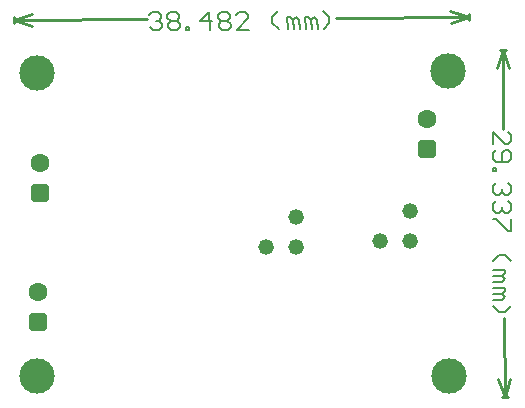
<source format=gbr>
G04*
G04 #@! TF.GenerationSoftware,Altium Limited,Altium Designer,24.9.1 (31)*
G04*
G04 Layer_Physical_Order=1*
G04 Layer_Color=255*
%FSLAX44Y44*%
%MOMM*%
G71*
G04*
G04 #@! TF.SameCoordinates,2F21DDDD-2005-49F8-8A8E-0C037A8DA06E*
G04*
G04*
G04 #@! TF.FilePolarity,Positive*
G04*
G01*
G75*
%ADD20C,1.6000*%
G04:AMPARAMS|DCode=21|XSize=1.6mm|YSize=1.6mm|CornerRadius=0.4mm|HoleSize=0mm|Usage=FLASHONLY|Rotation=90.000|XOffset=0mm|YOffset=0mm|HoleType=Round|Shape=RoundedRectangle|*
%AMROUNDEDRECTD21*
21,1,1.6000,0.8000,0,0,90.0*
21,1,0.8000,1.6000,0,0,90.0*
1,1,0.8000,0.4000,0.4000*
1,1,0.8000,0.4000,-0.4000*
1,1,0.8000,-0.4000,-0.4000*
1,1,0.8000,-0.4000,0.4000*
%
%ADD21ROUNDEDRECTD21*%
%ADD22C,1.3208*%
%ADD23C,3.0000*%
%ADD24C,0.2540*%
%ADD25C,0.1524*%
D20*
X350075Y235395D02*
D03*
X21590Y198120D02*
D03*
X20700Y88782D02*
D03*
D21*
X350075Y209995D02*
D03*
X21590Y172720D02*
D03*
X20700Y63382D02*
D03*
D22*
X335280Y157480D02*
D03*
Y132080D02*
D03*
X309880D02*
D03*
X238760Y152400D02*
D03*
Y127000D02*
D03*
X213360D02*
D03*
D23*
X368300Y17780D02*
D03*
X19050D02*
D03*
X367030Y275590D02*
D03*
X19050Y274320D02*
D03*
D24*
X412750Y-11D02*
X417830Y11D01*
X411480Y293359D02*
X416560Y293381D01*
X410144Y15218D02*
X415290Y0D01*
X420304Y15262D01*
X409006Y278108D02*
X414020Y293370D01*
X419166Y278152D01*
X415002Y66446D02*
X415290Y0D01*
X414020Y293370D02*
X414308Y226924D01*
X384793Y323850D02*
X384827Y318770D01*
X-17Y321310D02*
X17Y316230D01*
X369604Y316129D02*
X384810Y321310D01*
X369537Y326289D02*
X384810Y321310D01*
X0Y318770D02*
X15273Y313791D01*
X0Y318770D02*
X15206Y323951D01*
X272643Y320570D02*
X384810Y321310D01*
X0Y318770D02*
X112167Y319510D01*
D25*
X405221Y214187D02*
X405177Y224344D01*
X415378Y214231D01*
X417917Y214242D01*
X420445Y216793D01*
X420423Y221871D01*
X417873Y224399D01*
X407782Y209120D02*
X405254Y206570D01*
X405276Y201492D01*
X407826Y198964D01*
X417983Y199007D01*
X420511Y201558D01*
X420489Y206636D01*
X417939Y209164D01*
X415400Y209153D01*
X412872Y206603D01*
X412905Y198986D01*
X405309Y193874D02*
X407848Y193885D01*
X407859Y191346D01*
X405320Y191335D01*
X405309Y193874D01*
X418060Y181233D02*
X420610Y178705D01*
X420632Y173627D01*
X418104Y171077D01*
X415565Y171066D01*
X413014Y173594D01*
X413004Y176133D01*
X413014Y173594D01*
X410486Y171044D01*
X407947Y171033D01*
X405397Y173561D01*
X405375Y178639D01*
X407903Y181189D01*
X418126Y165998D02*
X420676Y163470D01*
X420698Y158392D01*
X418170Y155842D01*
X415631Y155831D01*
X413080Y158359D01*
X413069Y160898D01*
X413080Y158359D01*
X410552Y155809D01*
X408013Y155798D01*
X405463Y158326D01*
X405441Y163404D01*
X407969Y165954D01*
X420731Y150774D02*
X420775Y140618D01*
X418236Y140607D01*
X408035Y150720D01*
X405496Y150709D01*
X405650Y115160D02*
X410706Y120261D01*
X415784Y120283D01*
X420885Y115226D01*
X405683Y107543D02*
X415840Y107587D01*
X415850Y105048D01*
X413322Y102498D01*
X405705Y102465D01*
X413322Y102498D01*
X415872Y99969D01*
X413344Y97419D01*
X405727Y97386D01*
X405749Y92308D02*
X415905Y92352D01*
X415916Y89813D01*
X413388Y87263D01*
X405771Y87230D01*
X413388Y87263D01*
X415938Y84734D01*
X413410Y82184D01*
X405793Y82151D01*
X405815Y77073D02*
X410915Y72017D01*
X415993Y72039D01*
X421050Y77139D01*
X114684Y323081D02*
X117206Y325637D01*
X122284Y325671D01*
X124840Y323148D01*
X124857Y320609D01*
X122335Y318053D01*
X119796Y318037D01*
X122335Y318053D01*
X124891Y315531D01*
X124907Y312992D01*
X122385Y310436D01*
X117307Y310403D01*
X114751Y312925D01*
X129919Y323182D02*
X132441Y325738D01*
X137519Y325771D01*
X140075Y323249D01*
X140092Y320710D01*
X137570Y318154D01*
X140125Y315632D01*
X140142Y313092D01*
X137620Y310537D01*
X132542Y310503D01*
X129986Y313025D01*
X129969Y315565D01*
X132491Y318120D01*
X129935Y320643D01*
X129919Y323182D01*
X132491Y318120D02*
X137570Y318154D01*
X145237Y310587D02*
X145220Y313126D01*
X147760Y313143D01*
X147776Y310604D01*
X145237Y310587D01*
X165550Y310721D02*
X165450Y325956D01*
X157882Y318288D01*
X168039Y318355D01*
X173084Y323467D02*
X175606Y326023D01*
X180684Y326056D01*
X183240Y323534D01*
X183257Y320995D01*
X180735Y318439D01*
X183291Y315917D01*
X183307Y313377D01*
X180785Y310822D01*
X175707Y310788D01*
X173151Y313310D01*
X173134Y315849D01*
X175656Y318405D01*
X173100Y320928D01*
X173084Y323467D01*
X175656Y318405D02*
X180735Y318439D01*
X198559Y310939D02*
X188402Y310872D01*
X198492Y321095D01*
X198475Y323634D01*
X195919Y326157D01*
X190841Y326123D01*
X188318Y323568D01*
X223950Y311106D02*
X218838Y316151D01*
X218805Y321230D01*
X223849Y326341D01*
X231567Y311157D02*
X231500Y321313D01*
X234039Y321330D01*
X236595Y318808D01*
X236646Y311190D01*
X236595Y318808D01*
X239118Y321363D01*
X241674Y318841D01*
X241724Y311224D01*
X246802Y311257D02*
X246735Y321414D01*
X249274Y321431D01*
X251830Y318908D01*
X251880Y311291D01*
X251830Y318908D01*
X254352Y321464D01*
X256908Y318942D01*
X256959Y311324D01*
X262037Y311358D02*
X267082Y316470D01*
X267048Y321548D01*
X261936Y326593D01*
M02*

</source>
